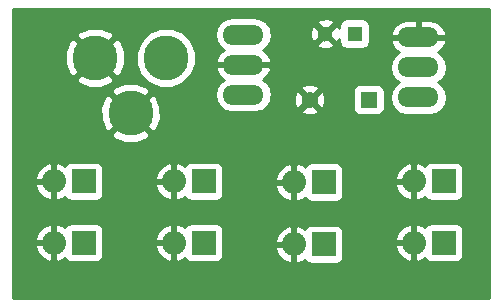
<source format=gbl>
G04 #@! TF.FileFunction,Copper,L2,Bot,Signal*
%FSLAX46Y46*%
G04 Gerber Fmt 4.6, Leading zero omitted, Abs format (unit mm)*
G04 Created by KiCad (PCBNEW 4.0.1-3.201512221402+6198~38~ubuntu14.04.1-stable) date Sat 30 Jul 2016 07:16:47 PM PDT*
%MOMM*%
G01*
G04 APERTURE LIST*
%ADD10C,0.100000*%
%ADD11O,3.500120X1.699260*%
%ADD12C,3.810000*%
%ADD13R,2.032000X2.032000*%
%ADD14O,2.032000X2.032000*%
%ADD15R,1.400000X1.400000*%
%ADD16C,1.400000*%
%ADD17R,1.300000X1.300000*%
%ADD18C,1.300000*%
%ADD19C,0.762000*%
%ADD20C,0.254000*%
G04 APERTURE END LIST*
D10*
D11*
X133032500Y-92011500D03*
X133032500Y-89471500D03*
X133032500Y-94551500D03*
D12*
X111663480Y-91186000D03*
X105664000Y-91186000D03*
X108663740Y-95885000D03*
D13*
X135191500Y-101663500D03*
D14*
X132651500Y-101663500D03*
D13*
X125031500Y-101727000D03*
D14*
X122491500Y-101727000D03*
D13*
X114871500Y-101663500D03*
D14*
X112331500Y-101663500D03*
D13*
X104711500Y-101663500D03*
D14*
X102171500Y-101663500D03*
D11*
X118211600Y-91795600D03*
X118211600Y-89255600D03*
X118211600Y-94335600D03*
D15*
X128825000Y-94742000D03*
D16*
X123825000Y-94742000D03*
D17*
X127635000Y-89154000D03*
D18*
X125135000Y-89154000D03*
D13*
X135191500Y-106870500D03*
D14*
X132651500Y-106870500D03*
D13*
X125031500Y-106997500D03*
D14*
X122491500Y-106997500D03*
D13*
X114871500Y-106870500D03*
D14*
X112331500Y-106870500D03*
D13*
X104711500Y-106870500D03*
D14*
X102171500Y-106870500D03*
D19*
X108663740Y-95963740D02*
X108663740Y-95885000D01*
D20*
G36*
X138990000Y-111558000D02*
X98754000Y-111558000D01*
X98754000Y-107253446D01*
X100565517Y-107253446D01*
X100834312Y-107838879D01*
X101306682Y-108276885D01*
X101788556Y-108476475D01*
X102044500Y-108357336D01*
X102044500Y-106997500D01*
X100684133Y-106997500D01*
X100565517Y-107253446D01*
X98754000Y-107253446D01*
X98754000Y-106487554D01*
X100565517Y-106487554D01*
X100684133Y-106743500D01*
X102044500Y-106743500D01*
X102044500Y-105383664D01*
X102298500Y-105383664D01*
X102298500Y-106743500D01*
X102318500Y-106743500D01*
X102318500Y-106997500D01*
X102298500Y-106997500D01*
X102298500Y-108357336D01*
X102554444Y-108476475D01*
X103036318Y-108276885D01*
X103133898Y-108186403D01*
X103231410Y-108337941D01*
X103443610Y-108482931D01*
X103695500Y-108533940D01*
X105727500Y-108533940D01*
X105962817Y-108489662D01*
X106178941Y-108350590D01*
X106323931Y-108138390D01*
X106374940Y-107886500D01*
X106374940Y-107253446D01*
X110725517Y-107253446D01*
X110994312Y-107838879D01*
X111466682Y-108276885D01*
X111948556Y-108476475D01*
X112204500Y-108357336D01*
X112204500Y-106997500D01*
X110844133Y-106997500D01*
X110725517Y-107253446D01*
X106374940Y-107253446D01*
X106374940Y-106487554D01*
X110725517Y-106487554D01*
X110844133Y-106743500D01*
X112204500Y-106743500D01*
X112204500Y-105383664D01*
X112458500Y-105383664D01*
X112458500Y-106743500D01*
X112478500Y-106743500D01*
X112478500Y-106997500D01*
X112458500Y-106997500D01*
X112458500Y-108357336D01*
X112714444Y-108476475D01*
X113196318Y-108276885D01*
X113293898Y-108186403D01*
X113391410Y-108337941D01*
X113603610Y-108482931D01*
X113855500Y-108533940D01*
X115887500Y-108533940D01*
X116122817Y-108489662D01*
X116338941Y-108350590D01*
X116483931Y-108138390D01*
X116534940Y-107886500D01*
X116534940Y-107380446D01*
X120885517Y-107380446D01*
X121154312Y-107965879D01*
X121626682Y-108403885D01*
X122108556Y-108603475D01*
X122364500Y-108484336D01*
X122364500Y-107124500D01*
X121004133Y-107124500D01*
X120885517Y-107380446D01*
X116534940Y-107380446D01*
X116534940Y-106614554D01*
X120885517Y-106614554D01*
X121004133Y-106870500D01*
X122364500Y-106870500D01*
X122364500Y-105510664D01*
X122618500Y-105510664D01*
X122618500Y-106870500D01*
X122638500Y-106870500D01*
X122638500Y-107124500D01*
X122618500Y-107124500D01*
X122618500Y-108484336D01*
X122874444Y-108603475D01*
X123356318Y-108403885D01*
X123453898Y-108313403D01*
X123551410Y-108464941D01*
X123763610Y-108609931D01*
X124015500Y-108660940D01*
X126047500Y-108660940D01*
X126282817Y-108616662D01*
X126498941Y-108477590D01*
X126643931Y-108265390D01*
X126694940Y-108013500D01*
X126694940Y-107253446D01*
X131045517Y-107253446D01*
X131314312Y-107838879D01*
X131786682Y-108276885D01*
X132268556Y-108476475D01*
X132524500Y-108357336D01*
X132524500Y-106997500D01*
X131164133Y-106997500D01*
X131045517Y-107253446D01*
X126694940Y-107253446D01*
X126694940Y-106487554D01*
X131045517Y-106487554D01*
X131164133Y-106743500D01*
X132524500Y-106743500D01*
X132524500Y-105383664D01*
X132778500Y-105383664D01*
X132778500Y-106743500D01*
X132798500Y-106743500D01*
X132798500Y-106997500D01*
X132778500Y-106997500D01*
X132778500Y-108357336D01*
X133034444Y-108476475D01*
X133516318Y-108276885D01*
X133613898Y-108186403D01*
X133711410Y-108337941D01*
X133923610Y-108482931D01*
X134175500Y-108533940D01*
X136207500Y-108533940D01*
X136442817Y-108489662D01*
X136658941Y-108350590D01*
X136803931Y-108138390D01*
X136854940Y-107886500D01*
X136854940Y-105854500D01*
X136810662Y-105619183D01*
X136671590Y-105403059D01*
X136459390Y-105258069D01*
X136207500Y-105207060D01*
X134175500Y-105207060D01*
X133940183Y-105251338D01*
X133724059Y-105390410D01*
X133612660Y-105553448D01*
X133516318Y-105464115D01*
X133034444Y-105264525D01*
X132778500Y-105383664D01*
X132524500Y-105383664D01*
X132268556Y-105264525D01*
X131786682Y-105464115D01*
X131314312Y-105902121D01*
X131045517Y-106487554D01*
X126694940Y-106487554D01*
X126694940Y-105981500D01*
X126650662Y-105746183D01*
X126511590Y-105530059D01*
X126299390Y-105385069D01*
X126047500Y-105334060D01*
X124015500Y-105334060D01*
X123780183Y-105378338D01*
X123564059Y-105517410D01*
X123452660Y-105680448D01*
X123356318Y-105591115D01*
X122874444Y-105391525D01*
X122618500Y-105510664D01*
X122364500Y-105510664D01*
X122108556Y-105391525D01*
X121626682Y-105591115D01*
X121154312Y-106029121D01*
X120885517Y-106614554D01*
X116534940Y-106614554D01*
X116534940Y-105854500D01*
X116490662Y-105619183D01*
X116351590Y-105403059D01*
X116139390Y-105258069D01*
X115887500Y-105207060D01*
X113855500Y-105207060D01*
X113620183Y-105251338D01*
X113404059Y-105390410D01*
X113292660Y-105553448D01*
X113196318Y-105464115D01*
X112714444Y-105264525D01*
X112458500Y-105383664D01*
X112204500Y-105383664D01*
X111948556Y-105264525D01*
X111466682Y-105464115D01*
X110994312Y-105902121D01*
X110725517Y-106487554D01*
X106374940Y-106487554D01*
X106374940Y-105854500D01*
X106330662Y-105619183D01*
X106191590Y-105403059D01*
X105979390Y-105258069D01*
X105727500Y-105207060D01*
X103695500Y-105207060D01*
X103460183Y-105251338D01*
X103244059Y-105390410D01*
X103132660Y-105553448D01*
X103036318Y-105464115D01*
X102554444Y-105264525D01*
X102298500Y-105383664D01*
X102044500Y-105383664D01*
X101788556Y-105264525D01*
X101306682Y-105464115D01*
X100834312Y-105902121D01*
X100565517Y-106487554D01*
X98754000Y-106487554D01*
X98754000Y-102046446D01*
X100565517Y-102046446D01*
X100834312Y-102631879D01*
X101306682Y-103069885D01*
X101788556Y-103269475D01*
X102044500Y-103150336D01*
X102044500Y-101790500D01*
X100684133Y-101790500D01*
X100565517Y-102046446D01*
X98754000Y-102046446D01*
X98754000Y-101280554D01*
X100565517Y-101280554D01*
X100684133Y-101536500D01*
X102044500Y-101536500D01*
X102044500Y-100176664D01*
X102298500Y-100176664D01*
X102298500Y-101536500D01*
X102318500Y-101536500D01*
X102318500Y-101790500D01*
X102298500Y-101790500D01*
X102298500Y-103150336D01*
X102554444Y-103269475D01*
X103036318Y-103069885D01*
X103133898Y-102979403D01*
X103231410Y-103130941D01*
X103443610Y-103275931D01*
X103695500Y-103326940D01*
X105727500Y-103326940D01*
X105962817Y-103282662D01*
X106178941Y-103143590D01*
X106323931Y-102931390D01*
X106374940Y-102679500D01*
X106374940Y-102046446D01*
X110725517Y-102046446D01*
X110994312Y-102631879D01*
X111466682Y-103069885D01*
X111948556Y-103269475D01*
X112204500Y-103150336D01*
X112204500Y-101790500D01*
X110844133Y-101790500D01*
X110725517Y-102046446D01*
X106374940Y-102046446D01*
X106374940Y-101280554D01*
X110725517Y-101280554D01*
X110844133Y-101536500D01*
X112204500Y-101536500D01*
X112204500Y-100176664D01*
X112458500Y-100176664D01*
X112458500Y-101536500D01*
X112478500Y-101536500D01*
X112478500Y-101790500D01*
X112458500Y-101790500D01*
X112458500Y-103150336D01*
X112714444Y-103269475D01*
X113196318Y-103069885D01*
X113293898Y-102979403D01*
X113391410Y-103130941D01*
X113603610Y-103275931D01*
X113855500Y-103326940D01*
X115887500Y-103326940D01*
X116122817Y-103282662D01*
X116338941Y-103143590D01*
X116483931Y-102931390D01*
X116534940Y-102679500D01*
X116534940Y-102109946D01*
X120885517Y-102109946D01*
X121154312Y-102695379D01*
X121626682Y-103133385D01*
X122108556Y-103332975D01*
X122364500Y-103213836D01*
X122364500Y-101854000D01*
X121004133Y-101854000D01*
X120885517Y-102109946D01*
X116534940Y-102109946D01*
X116534940Y-101344054D01*
X120885517Y-101344054D01*
X121004133Y-101600000D01*
X122364500Y-101600000D01*
X122364500Y-100240164D01*
X122618500Y-100240164D01*
X122618500Y-101600000D01*
X122638500Y-101600000D01*
X122638500Y-101854000D01*
X122618500Y-101854000D01*
X122618500Y-103213836D01*
X122874444Y-103332975D01*
X123356318Y-103133385D01*
X123453898Y-103042903D01*
X123551410Y-103194441D01*
X123763610Y-103339431D01*
X124015500Y-103390440D01*
X126047500Y-103390440D01*
X126282817Y-103346162D01*
X126498941Y-103207090D01*
X126643931Y-102994890D01*
X126694940Y-102743000D01*
X126694940Y-102046446D01*
X131045517Y-102046446D01*
X131314312Y-102631879D01*
X131786682Y-103069885D01*
X132268556Y-103269475D01*
X132524500Y-103150336D01*
X132524500Y-101790500D01*
X131164133Y-101790500D01*
X131045517Y-102046446D01*
X126694940Y-102046446D01*
X126694940Y-101280554D01*
X131045517Y-101280554D01*
X131164133Y-101536500D01*
X132524500Y-101536500D01*
X132524500Y-100176664D01*
X132778500Y-100176664D01*
X132778500Y-101536500D01*
X132798500Y-101536500D01*
X132798500Y-101790500D01*
X132778500Y-101790500D01*
X132778500Y-103150336D01*
X133034444Y-103269475D01*
X133516318Y-103069885D01*
X133613898Y-102979403D01*
X133711410Y-103130941D01*
X133923610Y-103275931D01*
X134175500Y-103326940D01*
X136207500Y-103326940D01*
X136442817Y-103282662D01*
X136658941Y-103143590D01*
X136803931Y-102931390D01*
X136854940Y-102679500D01*
X136854940Y-100647500D01*
X136810662Y-100412183D01*
X136671590Y-100196059D01*
X136459390Y-100051069D01*
X136207500Y-100000060D01*
X134175500Y-100000060D01*
X133940183Y-100044338D01*
X133724059Y-100183410D01*
X133612660Y-100346448D01*
X133516318Y-100257115D01*
X133034444Y-100057525D01*
X132778500Y-100176664D01*
X132524500Y-100176664D01*
X132268556Y-100057525D01*
X131786682Y-100257115D01*
X131314312Y-100695121D01*
X131045517Y-101280554D01*
X126694940Y-101280554D01*
X126694940Y-100711000D01*
X126650662Y-100475683D01*
X126511590Y-100259559D01*
X126299390Y-100114569D01*
X126047500Y-100063560D01*
X124015500Y-100063560D01*
X123780183Y-100107838D01*
X123564059Y-100246910D01*
X123452660Y-100409948D01*
X123356318Y-100320615D01*
X122874444Y-100121025D01*
X122618500Y-100240164D01*
X122364500Y-100240164D01*
X122108556Y-100121025D01*
X121626682Y-100320615D01*
X121154312Y-100758621D01*
X120885517Y-101344054D01*
X116534940Y-101344054D01*
X116534940Y-100647500D01*
X116490662Y-100412183D01*
X116351590Y-100196059D01*
X116139390Y-100051069D01*
X115887500Y-100000060D01*
X113855500Y-100000060D01*
X113620183Y-100044338D01*
X113404059Y-100183410D01*
X113292660Y-100346448D01*
X113196318Y-100257115D01*
X112714444Y-100057525D01*
X112458500Y-100176664D01*
X112204500Y-100176664D01*
X111948556Y-100057525D01*
X111466682Y-100257115D01*
X110994312Y-100695121D01*
X110725517Y-101280554D01*
X106374940Y-101280554D01*
X106374940Y-100647500D01*
X106330662Y-100412183D01*
X106191590Y-100196059D01*
X105979390Y-100051069D01*
X105727500Y-100000060D01*
X103695500Y-100000060D01*
X103460183Y-100044338D01*
X103244059Y-100183410D01*
X103132660Y-100346448D01*
X103036318Y-100257115D01*
X102554444Y-100057525D01*
X102298500Y-100176664D01*
X102044500Y-100176664D01*
X101788556Y-100057525D01*
X101306682Y-100257115D01*
X100834312Y-100695121D01*
X100565517Y-101280554D01*
X98754000Y-101280554D01*
X98754000Y-97691440D01*
X107036905Y-97691440D01*
X107246093Y-98052289D01*
X108183390Y-98429824D01*
X109193817Y-98419933D01*
X110081387Y-98052289D01*
X110290575Y-97691440D01*
X108663740Y-96064605D01*
X107036905Y-97691440D01*
X98754000Y-97691440D01*
X98754000Y-95404650D01*
X106118916Y-95404650D01*
X106128807Y-96415077D01*
X106496451Y-97302647D01*
X106857300Y-97511835D01*
X108484135Y-95885000D01*
X108843345Y-95885000D01*
X110470180Y-97511835D01*
X110831029Y-97302647D01*
X111208564Y-96365350D01*
X111198673Y-95354923D01*
X110831029Y-94467353D01*
X110603756Y-94335600D01*
X115779814Y-94335600D01*
X115892825Y-94903743D01*
X116214652Y-95385392D01*
X116696301Y-95707219D01*
X117264444Y-95820230D01*
X119158756Y-95820230D01*
X119726899Y-95707219D01*
X119771713Y-95677275D01*
X123069331Y-95677275D01*
X123131169Y-95913042D01*
X123632122Y-96089419D01*
X124162440Y-96060664D01*
X124518831Y-95913042D01*
X124580669Y-95677275D01*
X123825000Y-94921605D01*
X123069331Y-95677275D01*
X119771713Y-95677275D01*
X120208548Y-95385392D01*
X120530375Y-94903743D01*
X120600913Y-94549122D01*
X122477581Y-94549122D01*
X122506336Y-95079440D01*
X122653958Y-95435831D01*
X122889725Y-95497669D01*
X123645395Y-94742000D01*
X124004605Y-94742000D01*
X124760275Y-95497669D01*
X124996042Y-95435831D01*
X125172419Y-94934878D01*
X125143664Y-94404560D01*
X124996042Y-94048169D01*
X124972522Y-94042000D01*
X127477560Y-94042000D01*
X127477560Y-95442000D01*
X127521838Y-95677317D01*
X127660910Y-95893441D01*
X127873110Y-96038431D01*
X128125000Y-96089440D01*
X129525000Y-96089440D01*
X129760317Y-96045162D01*
X129976441Y-95906090D01*
X130121431Y-95693890D01*
X130172440Y-95442000D01*
X130172440Y-94042000D01*
X130128162Y-93806683D01*
X129989090Y-93590559D01*
X129776890Y-93445569D01*
X129525000Y-93394560D01*
X128125000Y-93394560D01*
X127889683Y-93438838D01*
X127673559Y-93577910D01*
X127528569Y-93790110D01*
X127477560Y-94042000D01*
X124972522Y-94042000D01*
X124760275Y-93986331D01*
X124004605Y-94742000D01*
X123645395Y-94742000D01*
X122889725Y-93986331D01*
X122653958Y-94048169D01*
X122477581Y-94549122D01*
X120600913Y-94549122D01*
X120643386Y-94335600D01*
X120538186Y-93806725D01*
X123069331Y-93806725D01*
X123825000Y-94562395D01*
X124580669Y-93806725D01*
X124518831Y-93570958D01*
X124017878Y-93394581D01*
X123487560Y-93423336D01*
X123131169Y-93570958D01*
X123069331Y-93806725D01*
X120538186Y-93806725D01*
X120530375Y-93767457D01*
X120208548Y-93285808D01*
X119870727Y-93060084D01*
X120251624Y-92755589D01*
X120532249Y-92246410D01*
X120553140Y-92152432D01*
X120478744Y-92011500D01*
X130600714Y-92011500D01*
X130713725Y-92579643D01*
X131035552Y-93061292D01*
X131365117Y-93281500D01*
X131035552Y-93501708D01*
X130713725Y-93983357D01*
X130600714Y-94551500D01*
X130713725Y-95119643D01*
X131035552Y-95601292D01*
X131517201Y-95923119D01*
X132085344Y-96036130D01*
X133979656Y-96036130D01*
X134547799Y-95923119D01*
X135029448Y-95601292D01*
X135351275Y-95119643D01*
X135464286Y-94551500D01*
X135351275Y-93983357D01*
X135029448Y-93501708D01*
X134699883Y-93281500D01*
X135029448Y-93061292D01*
X135351275Y-92579643D01*
X135464286Y-92011500D01*
X135351275Y-91443357D01*
X135029448Y-90961708D01*
X134691627Y-90735984D01*
X135072524Y-90431489D01*
X135353149Y-89922310D01*
X135374040Y-89828332D01*
X135252714Y-89598500D01*
X133159500Y-89598500D01*
X133159500Y-89618500D01*
X132905500Y-89618500D01*
X132905500Y-89598500D01*
X130812286Y-89598500D01*
X130690960Y-89828332D01*
X130711851Y-89922310D01*
X130992476Y-90431489D01*
X131373373Y-90735984D01*
X131035552Y-90961708D01*
X130713725Y-91443357D01*
X130600714Y-92011500D01*
X120478744Y-92011500D01*
X120431814Y-91922600D01*
X118338600Y-91922600D01*
X118338600Y-91942600D01*
X118084600Y-91942600D01*
X118084600Y-91922600D01*
X115991386Y-91922600D01*
X115870060Y-92152432D01*
X115890951Y-92246410D01*
X116171576Y-92755589D01*
X116552473Y-93060084D01*
X116214652Y-93285808D01*
X115892825Y-93767457D01*
X115779814Y-94335600D01*
X110603756Y-94335600D01*
X110470180Y-94258165D01*
X108843345Y-95885000D01*
X108484135Y-95885000D01*
X106857300Y-94258165D01*
X106496451Y-94467353D01*
X106118916Y-95404650D01*
X98754000Y-95404650D01*
X98754000Y-94078560D01*
X107036905Y-94078560D01*
X108663740Y-95705395D01*
X110290575Y-94078560D01*
X110081387Y-93717711D01*
X109144090Y-93340176D01*
X108133663Y-93350067D01*
X107246093Y-93717711D01*
X107036905Y-94078560D01*
X98754000Y-94078560D01*
X98754000Y-92992440D01*
X104037165Y-92992440D01*
X104246353Y-93353289D01*
X105183650Y-93730824D01*
X106194077Y-93720933D01*
X107081647Y-93353289D01*
X107290835Y-92992440D01*
X105664000Y-91365605D01*
X104037165Y-92992440D01*
X98754000Y-92992440D01*
X98754000Y-90705650D01*
X103119176Y-90705650D01*
X103129067Y-91716077D01*
X103496711Y-92603647D01*
X103857560Y-92812835D01*
X105484395Y-91186000D01*
X105843605Y-91186000D01*
X107470440Y-92812835D01*
X107831289Y-92603647D01*
X108199692Y-91689021D01*
X109123040Y-91689021D01*
X109508917Y-92622915D01*
X110222807Y-93338052D01*
X111156026Y-93725559D01*
X112166501Y-93726440D01*
X113100395Y-93340563D01*
X113815532Y-92626673D01*
X114203039Y-91693454D01*
X114203920Y-90682979D01*
X113818043Y-89749085D01*
X113325419Y-89255600D01*
X115779814Y-89255600D01*
X115892825Y-89823743D01*
X116214652Y-90305392D01*
X116552473Y-90531116D01*
X116171576Y-90835611D01*
X115890951Y-91344790D01*
X115870060Y-91438768D01*
X115991386Y-91668600D01*
X118084600Y-91668600D01*
X118084600Y-91648600D01*
X118338600Y-91648600D01*
X118338600Y-91668600D01*
X120431814Y-91668600D01*
X120553140Y-91438768D01*
X120532249Y-91344790D01*
X120251624Y-90835611D01*
X119870727Y-90531116D01*
X120208548Y-90305392D01*
X120377179Y-90053016D01*
X124415590Y-90053016D01*
X124471271Y-90283611D01*
X124954078Y-90451622D01*
X125464428Y-90422083D01*
X125798729Y-90283611D01*
X125854410Y-90053016D01*
X125135000Y-89333605D01*
X124415590Y-90053016D01*
X120377179Y-90053016D01*
X120530375Y-89823743D01*
X120643386Y-89255600D01*
X120587189Y-88973078D01*
X123837378Y-88973078D01*
X123866917Y-89483428D01*
X124005389Y-89817729D01*
X124235984Y-89873410D01*
X124955395Y-89154000D01*
X125314605Y-89154000D01*
X126034016Y-89873410D01*
X126264611Y-89817729D01*
X126337560Y-89608098D01*
X126337560Y-89804000D01*
X126381838Y-90039317D01*
X126520910Y-90255441D01*
X126733110Y-90400431D01*
X126985000Y-90451440D01*
X128285000Y-90451440D01*
X128520317Y-90407162D01*
X128736441Y-90268090D01*
X128881431Y-90055890D01*
X128932440Y-89804000D01*
X128932440Y-89114668D01*
X130690960Y-89114668D01*
X130812286Y-89344500D01*
X132905500Y-89344500D01*
X132905500Y-87986870D01*
X133159500Y-87986870D01*
X133159500Y-89344500D01*
X135252714Y-89344500D01*
X135374040Y-89114668D01*
X135353149Y-89020690D01*
X135072524Y-88511511D01*
X134618406Y-88148482D01*
X134059930Y-87986870D01*
X133159500Y-87986870D01*
X132905500Y-87986870D01*
X132005070Y-87986870D01*
X131446594Y-88148482D01*
X130992476Y-88511511D01*
X130711851Y-89020690D01*
X130690960Y-89114668D01*
X128932440Y-89114668D01*
X128932440Y-88504000D01*
X128888162Y-88268683D01*
X128749090Y-88052559D01*
X128536890Y-87907569D01*
X128285000Y-87856560D01*
X126985000Y-87856560D01*
X126749683Y-87900838D01*
X126533559Y-88039910D01*
X126388569Y-88252110D01*
X126337560Y-88504000D01*
X126337560Y-88666385D01*
X126264611Y-88490271D01*
X126034016Y-88434590D01*
X125314605Y-89154000D01*
X124955395Y-89154000D01*
X124235984Y-88434590D01*
X124005389Y-88490271D01*
X123837378Y-88973078D01*
X120587189Y-88973078D01*
X120530375Y-88687457D01*
X120241407Y-88254984D01*
X124415590Y-88254984D01*
X125135000Y-88974395D01*
X125854410Y-88254984D01*
X125798729Y-88024389D01*
X125315922Y-87856378D01*
X124805572Y-87885917D01*
X124471271Y-88024389D01*
X124415590Y-88254984D01*
X120241407Y-88254984D01*
X120208548Y-88205808D01*
X119726899Y-87883981D01*
X119158756Y-87770970D01*
X117264444Y-87770970D01*
X116696301Y-87883981D01*
X116214652Y-88205808D01*
X115892825Y-88687457D01*
X115779814Y-89255600D01*
X113325419Y-89255600D01*
X113104153Y-89033948D01*
X112170934Y-88646441D01*
X111160459Y-88645560D01*
X110226565Y-89031437D01*
X109511428Y-89745327D01*
X109123921Y-90678546D01*
X109123040Y-91689021D01*
X108199692Y-91689021D01*
X108208824Y-91666350D01*
X108198933Y-90655923D01*
X107831289Y-89768353D01*
X107470440Y-89559165D01*
X105843605Y-91186000D01*
X105484395Y-91186000D01*
X103857560Y-89559165D01*
X103496711Y-89768353D01*
X103119176Y-90705650D01*
X98754000Y-90705650D01*
X98754000Y-89379560D01*
X104037165Y-89379560D01*
X105664000Y-91006395D01*
X107290835Y-89379560D01*
X107081647Y-89018711D01*
X106144350Y-88641176D01*
X105133923Y-88651067D01*
X104246353Y-89018711D01*
X104037165Y-89379560D01*
X98754000Y-89379560D01*
X98754000Y-87070000D01*
X138990000Y-87070000D01*
X138990000Y-111558000D01*
X138990000Y-111558000D01*
G37*
X138990000Y-111558000D02*
X98754000Y-111558000D01*
X98754000Y-107253446D01*
X100565517Y-107253446D01*
X100834312Y-107838879D01*
X101306682Y-108276885D01*
X101788556Y-108476475D01*
X102044500Y-108357336D01*
X102044500Y-106997500D01*
X100684133Y-106997500D01*
X100565517Y-107253446D01*
X98754000Y-107253446D01*
X98754000Y-106487554D01*
X100565517Y-106487554D01*
X100684133Y-106743500D01*
X102044500Y-106743500D01*
X102044500Y-105383664D01*
X102298500Y-105383664D01*
X102298500Y-106743500D01*
X102318500Y-106743500D01*
X102318500Y-106997500D01*
X102298500Y-106997500D01*
X102298500Y-108357336D01*
X102554444Y-108476475D01*
X103036318Y-108276885D01*
X103133898Y-108186403D01*
X103231410Y-108337941D01*
X103443610Y-108482931D01*
X103695500Y-108533940D01*
X105727500Y-108533940D01*
X105962817Y-108489662D01*
X106178941Y-108350590D01*
X106323931Y-108138390D01*
X106374940Y-107886500D01*
X106374940Y-107253446D01*
X110725517Y-107253446D01*
X110994312Y-107838879D01*
X111466682Y-108276885D01*
X111948556Y-108476475D01*
X112204500Y-108357336D01*
X112204500Y-106997500D01*
X110844133Y-106997500D01*
X110725517Y-107253446D01*
X106374940Y-107253446D01*
X106374940Y-106487554D01*
X110725517Y-106487554D01*
X110844133Y-106743500D01*
X112204500Y-106743500D01*
X112204500Y-105383664D01*
X112458500Y-105383664D01*
X112458500Y-106743500D01*
X112478500Y-106743500D01*
X112478500Y-106997500D01*
X112458500Y-106997500D01*
X112458500Y-108357336D01*
X112714444Y-108476475D01*
X113196318Y-108276885D01*
X113293898Y-108186403D01*
X113391410Y-108337941D01*
X113603610Y-108482931D01*
X113855500Y-108533940D01*
X115887500Y-108533940D01*
X116122817Y-108489662D01*
X116338941Y-108350590D01*
X116483931Y-108138390D01*
X116534940Y-107886500D01*
X116534940Y-107380446D01*
X120885517Y-107380446D01*
X121154312Y-107965879D01*
X121626682Y-108403885D01*
X122108556Y-108603475D01*
X122364500Y-108484336D01*
X122364500Y-107124500D01*
X121004133Y-107124500D01*
X120885517Y-107380446D01*
X116534940Y-107380446D01*
X116534940Y-106614554D01*
X120885517Y-106614554D01*
X121004133Y-106870500D01*
X122364500Y-106870500D01*
X122364500Y-105510664D01*
X122618500Y-105510664D01*
X122618500Y-106870500D01*
X122638500Y-106870500D01*
X122638500Y-107124500D01*
X122618500Y-107124500D01*
X122618500Y-108484336D01*
X122874444Y-108603475D01*
X123356318Y-108403885D01*
X123453898Y-108313403D01*
X123551410Y-108464941D01*
X123763610Y-108609931D01*
X124015500Y-108660940D01*
X126047500Y-108660940D01*
X126282817Y-108616662D01*
X126498941Y-108477590D01*
X126643931Y-108265390D01*
X126694940Y-108013500D01*
X126694940Y-107253446D01*
X131045517Y-107253446D01*
X131314312Y-107838879D01*
X131786682Y-108276885D01*
X132268556Y-108476475D01*
X132524500Y-108357336D01*
X132524500Y-106997500D01*
X131164133Y-106997500D01*
X131045517Y-107253446D01*
X126694940Y-107253446D01*
X126694940Y-106487554D01*
X131045517Y-106487554D01*
X131164133Y-106743500D01*
X132524500Y-106743500D01*
X132524500Y-105383664D01*
X132778500Y-105383664D01*
X132778500Y-106743500D01*
X132798500Y-106743500D01*
X132798500Y-106997500D01*
X132778500Y-106997500D01*
X132778500Y-108357336D01*
X133034444Y-108476475D01*
X133516318Y-108276885D01*
X133613898Y-108186403D01*
X133711410Y-108337941D01*
X133923610Y-108482931D01*
X134175500Y-108533940D01*
X136207500Y-108533940D01*
X136442817Y-108489662D01*
X136658941Y-108350590D01*
X136803931Y-108138390D01*
X136854940Y-107886500D01*
X136854940Y-105854500D01*
X136810662Y-105619183D01*
X136671590Y-105403059D01*
X136459390Y-105258069D01*
X136207500Y-105207060D01*
X134175500Y-105207060D01*
X133940183Y-105251338D01*
X133724059Y-105390410D01*
X133612660Y-105553448D01*
X133516318Y-105464115D01*
X133034444Y-105264525D01*
X132778500Y-105383664D01*
X132524500Y-105383664D01*
X132268556Y-105264525D01*
X131786682Y-105464115D01*
X131314312Y-105902121D01*
X131045517Y-106487554D01*
X126694940Y-106487554D01*
X126694940Y-105981500D01*
X126650662Y-105746183D01*
X126511590Y-105530059D01*
X126299390Y-105385069D01*
X126047500Y-105334060D01*
X124015500Y-105334060D01*
X123780183Y-105378338D01*
X123564059Y-105517410D01*
X123452660Y-105680448D01*
X123356318Y-105591115D01*
X122874444Y-105391525D01*
X122618500Y-105510664D01*
X122364500Y-105510664D01*
X122108556Y-105391525D01*
X121626682Y-105591115D01*
X121154312Y-106029121D01*
X120885517Y-106614554D01*
X116534940Y-106614554D01*
X116534940Y-105854500D01*
X116490662Y-105619183D01*
X116351590Y-105403059D01*
X116139390Y-105258069D01*
X115887500Y-105207060D01*
X113855500Y-105207060D01*
X113620183Y-105251338D01*
X113404059Y-105390410D01*
X113292660Y-105553448D01*
X113196318Y-105464115D01*
X112714444Y-105264525D01*
X112458500Y-105383664D01*
X112204500Y-105383664D01*
X111948556Y-105264525D01*
X111466682Y-105464115D01*
X110994312Y-105902121D01*
X110725517Y-106487554D01*
X106374940Y-106487554D01*
X106374940Y-105854500D01*
X106330662Y-105619183D01*
X106191590Y-105403059D01*
X105979390Y-105258069D01*
X105727500Y-105207060D01*
X103695500Y-105207060D01*
X103460183Y-105251338D01*
X103244059Y-105390410D01*
X103132660Y-105553448D01*
X103036318Y-105464115D01*
X102554444Y-105264525D01*
X102298500Y-105383664D01*
X102044500Y-105383664D01*
X101788556Y-105264525D01*
X101306682Y-105464115D01*
X100834312Y-105902121D01*
X100565517Y-106487554D01*
X98754000Y-106487554D01*
X98754000Y-102046446D01*
X100565517Y-102046446D01*
X100834312Y-102631879D01*
X101306682Y-103069885D01*
X101788556Y-103269475D01*
X102044500Y-103150336D01*
X102044500Y-101790500D01*
X100684133Y-101790500D01*
X100565517Y-102046446D01*
X98754000Y-102046446D01*
X98754000Y-101280554D01*
X100565517Y-101280554D01*
X100684133Y-101536500D01*
X102044500Y-101536500D01*
X102044500Y-100176664D01*
X102298500Y-100176664D01*
X102298500Y-101536500D01*
X102318500Y-101536500D01*
X102318500Y-101790500D01*
X102298500Y-101790500D01*
X102298500Y-103150336D01*
X102554444Y-103269475D01*
X103036318Y-103069885D01*
X103133898Y-102979403D01*
X103231410Y-103130941D01*
X103443610Y-103275931D01*
X103695500Y-103326940D01*
X105727500Y-103326940D01*
X105962817Y-103282662D01*
X106178941Y-103143590D01*
X106323931Y-102931390D01*
X106374940Y-102679500D01*
X106374940Y-102046446D01*
X110725517Y-102046446D01*
X110994312Y-102631879D01*
X111466682Y-103069885D01*
X111948556Y-103269475D01*
X112204500Y-103150336D01*
X112204500Y-101790500D01*
X110844133Y-101790500D01*
X110725517Y-102046446D01*
X106374940Y-102046446D01*
X106374940Y-101280554D01*
X110725517Y-101280554D01*
X110844133Y-101536500D01*
X112204500Y-101536500D01*
X112204500Y-100176664D01*
X112458500Y-100176664D01*
X112458500Y-101536500D01*
X112478500Y-101536500D01*
X112478500Y-101790500D01*
X112458500Y-101790500D01*
X112458500Y-103150336D01*
X112714444Y-103269475D01*
X113196318Y-103069885D01*
X113293898Y-102979403D01*
X113391410Y-103130941D01*
X113603610Y-103275931D01*
X113855500Y-103326940D01*
X115887500Y-103326940D01*
X116122817Y-103282662D01*
X116338941Y-103143590D01*
X116483931Y-102931390D01*
X116534940Y-102679500D01*
X116534940Y-102109946D01*
X120885517Y-102109946D01*
X121154312Y-102695379D01*
X121626682Y-103133385D01*
X122108556Y-103332975D01*
X122364500Y-103213836D01*
X122364500Y-101854000D01*
X121004133Y-101854000D01*
X120885517Y-102109946D01*
X116534940Y-102109946D01*
X116534940Y-101344054D01*
X120885517Y-101344054D01*
X121004133Y-101600000D01*
X122364500Y-101600000D01*
X122364500Y-100240164D01*
X122618500Y-100240164D01*
X122618500Y-101600000D01*
X122638500Y-101600000D01*
X122638500Y-101854000D01*
X122618500Y-101854000D01*
X122618500Y-103213836D01*
X122874444Y-103332975D01*
X123356318Y-103133385D01*
X123453898Y-103042903D01*
X123551410Y-103194441D01*
X123763610Y-103339431D01*
X124015500Y-103390440D01*
X126047500Y-103390440D01*
X126282817Y-103346162D01*
X126498941Y-103207090D01*
X126643931Y-102994890D01*
X126694940Y-102743000D01*
X126694940Y-102046446D01*
X131045517Y-102046446D01*
X131314312Y-102631879D01*
X131786682Y-103069885D01*
X132268556Y-103269475D01*
X132524500Y-103150336D01*
X132524500Y-101790500D01*
X131164133Y-101790500D01*
X131045517Y-102046446D01*
X126694940Y-102046446D01*
X126694940Y-101280554D01*
X131045517Y-101280554D01*
X131164133Y-101536500D01*
X132524500Y-101536500D01*
X132524500Y-100176664D01*
X132778500Y-100176664D01*
X132778500Y-101536500D01*
X132798500Y-101536500D01*
X132798500Y-101790500D01*
X132778500Y-101790500D01*
X132778500Y-103150336D01*
X133034444Y-103269475D01*
X133516318Y-103069885D01*
X133613898Y-102979403D01*
X133711410Y-103130941D01*
X133923610Y-103275931D01*
X134175500Y-103326940D01*
X136207500Y-103326940D01*
X136442817Y-103282662D01*
X136658941Y-103143590D01*
X136803931Y-102931390D01*
X136854940Y-102679500D01*
X136854940Y-100647500D01*
X136810662Y-100412183D01*
X136671590Y-100196059D01*
X136459390Y-100051069D01*
X136207500Y-100000060D01*
X134175500Y-100000060D01*
X133940183Y-100044338D01*
X133724059Y-100183410D01*
X133612660Y-100346448D01*
X133516318Y-100257115D01*
X133034444Y-100057525D01*
X132778500Y-100176664D01*
X132524500Y-100176664D01*
X132268556Y-100057525D01*
X131786682Y-100257115D01*
X131314312Y-100695121D01*
X131045517Y-101280554D01*
X126694940Y-101280554D01*
X126694940Y-100711000D01*
X126650662Y-100475683D01*
X126511590Y-100259559D01*
X126299390Y-100114569D01*
X126047500Y-100063560D01*
X124015500Y-100063560D01*
X123780183Y-100107838D01*
X123564059Y-100246910D01*
X123452660Y-100409948D01*
X123356318Y-100320615D01*
X122874444Y-100121025D01*
X122618500Y-100240164D01*
X122364500Y-100240164D01*
X122108556Y-100121025D01*
X121626682Y-100320615D01*
X121154312Y-100758621D01*
X120885517Y-101344054D01*
X116534940Y-101344054D01*
X116534940Y-100647500D01*
X116490662Y-100412183D01*
X116351590Y-100196059D01*
X116139390Y-100051069D01*
X115887500Y-100000060D01*
X113855500Y-100000060D01*
X113620183Y-100044338D01*
X113404059Y-100183410D01*
X113292660Y-100346448D01*
X113196318Y-100257115D01*
X112714444Y-100057525D01*
X112458500Y-100176664D01*
X112204500Y-100176664D01*
X111948556Y-100057525D01*
X111466682Y-100257115D01*
X110994312Y-100695121D01*
X110725517Y-101280554D01*
X106374940Y-101280554D01*
X106374940Y-100647500D01*
X106330662Y-100412183D01*
X106191590Y-100196059D01*
X105979390Y-100051069D01*
X105727500Y-100000060D01*
X103695500Y-100000060D01*
X103460183Y-100044338D01*
X103244059Y-100183410D01*
X103132660Y-100346448D01*
X103036318Y-100257115D01*
X102554444Y-100057525D01*
X102298500Y-100176664D01*
X102044500Y-100176664D01*
X101788556Y-100057525D01*
X101306682Y-100257115D01*
X100834312Y-100695121D01*
X100565517Y-101280554D01*
X98754000Y-101280554D01*
X98754000Y-97691440D01*
X107036905Y-97691440D01*
X107246093Y-98052289D01*
X108183390Y-98429824D01*
X109193817Y-98419933D01*
X110081387Y-98052289D01*
X110290575Y-97691440D01*
X108663740Y-96064605D01*
X107036905Y-97691440D01*
X98754000Y-97691440D01*
X98754000Y-95404650D01*
X106118916Y-95404650D01*
X106128807Y-96415077D01*
X106496451Y-97302647D01*
X106857300Y-97511835D01*
X108484135Y-95885000D01*
X108843345Y-95885000D01*
X110470180Y-97511835D01*
X110831029Y-97302647D01*
X111208564Y-96365350D01*
X111198673Y-95354923D01*
X110831029Y-94467353D01*
X110603756Y-94335600D01*
X115779814Y-94335600D01*
X115892825Y-94903743D01*
X116214652Y-95385392D01*
X116696301Y-95707219D01*
X117264444Y-95820230D01*
X119158756Y-95820230D01*
X119726899Y-95707219D01*
X119771713Y-95677275D01*
X123069331Y-95677275D01*
X123131169Y-95913042D01*
X123632122Y-96089419D01*
X124162440Y-96060664D01*
X124518831Y-95913042D01*
X124580669Y-95677275D01*
X123825000Y-94921605D01*
X123069331Y-95677275D01*
X119771713Y-95677275D01*
X120208548Y-95385392D01*
X120530375Y-94903743D01*
X120600913Y-94549122D01*
X122477581Y-94549122D01*
X122506336Y-95079440D01*
X122653958Y-95435831D01*
X122889725Y-95497669D01*
X123645395Y-94742000D01*
X124004605Y-94742000D01*
X124760275Y-95497669D01*
X124996042Y-95435831D01*
X125172419Y-94934878D01*
X125143664Y-94404560D01*
X124996042Y-94048169D01*
X124972522Y-94042000D01*
X127477560Y-94042000D01*
X127477560Y-95442000D01*
X127521838Y-95677317D01*
X127660910Y-95893441D01*
X127873110Y-96038431D01*
X128125000Y-96089440D01*
X129525000Y-96089440D01*
X129760317Y-96045162D01*
X129976441Y-95906090D01*
X130121431Y-95693890D01*
X130172440Y-95442000D01*
X130172440Y-94042000D01*
X130128162Y-93806683D01*
X129989090Y-93590559D01*
X129776890Y-93445569D01*
X129525000Y-93394560D01*
X128125000Y-93394560D01*
X127889683Y-93438838D01*
X127673559Y-93577910D01*
X127528569Y-93790110D01*
X127477560Y-94042000D01*
X124972522Y-94042000D01*
X124760275Y-93986331D01*
X124004605Y-94742000D01*
X123645395Y-94742000D01*
X122889725Y-93986331D01*
X122653958Y-94048169D01*
X122477581Y-94549122D01*
X120600913Y-94549122D01*
X120643386Y-94335600D01*
X120538186Y-93806725D01*
X123069331Y-93806725D01*
X123825000Y-94562395D01*
X124580669Y-93806725D01*
X124518831Y-93570958D01*
X124017878Y-93394581D01*
X123487560Y-93423336D01*
X123131169Y-93570958D01*
X123069331Y-93806725D01*
X120538186Y-93806725D01*
X120530375Y-93767457D01*
X120208548Y-93285808D01*
X119870727Y-93060084D01*
X120251624Y-92755589D01*
X120532249Y-92246410D01*
X120553140Y-92152432D01*
X120478744Y-92011500D01*
X130600714Y-92011500D01*
X130713725Y-92579643D01*
X131035552Y-93061292D01*
X131365117Y-93281500D01*
X131035552Y-93501708D01*
X130713725Y-93983357D01*
X130600714Y-94551500D01*
X130713725Y-95119643D01*
X131035552Y-95601292D01*
X131517201Y-95923119D01*
X132085344Y-96036130D01*
X133979656Y-96036130D01*
X134547799Y-95923119D01*
X135029448Y-95601292D01*
X135351275Y-95119643D01*
X135464286Y-94551500D01*
X135351275Y-93983357D01*
X135029448Y-93501708D01*
X134699883Y-93281500D01*
X135029448Y-93061292D01*
X135351275Y-92579643D01*
X135464286Y-92011500D01*
X135351275Y-91443357D01*
X135029448Y-90961708D01*
X134691627Y-90735984D01*
X135072524Y-90431489D01*
X135353149Y-89922310D01*
X135374040Y-89828332D01*
X135252714Y-89598500D01*
X133159500Y-89598500D01*
X133159500Y-89618500D01*
X132905500Y-89618500D01*
X132905500Y-89598500D01*
X130812286Y-89598500D01*
X130690960Y-89828332D01*
X130711851Y-89922310D01*
X130992476Y-90431489D01*
X131373373Y-90735984D01*
X131035552Y-90961708D01*
X130713725Y-91443357D01*
X130600714Y-92011500D01*
X120478744Y-92011500D01*
X120431814Y-91922600D01*
X118338600Y-91922600D01*
X118338600Y-91942600D01*
X118084600Y-91942600D01*
X118084600Y-91922600D01*
X115991386Y-91922600D01*
X115870060Y-92152432D01*
X115890951Y-92246410D01*
X116171576Y-92755589D01*
X116552473Y-93060084D01*
X116214652Y-93285808D01*
X115892825Y-93767457D01*
X115779814Y-94335600D01*
X110603756Y-94335600D01*
X110470180Y-94258165D01*
X108843345Y-95885000D01*
X108484135Y-95885000D01*
X106857300Y-94258165D01*
X106496451Y-94467353D01*
X106118916Y-95404650D01*
X98754000Y-95404650D01*
X98754000Y-94078560D01*
X107036905Y-94078560D01*
X108663740Y-95705395D01*
X110290575Y-94078560D01*
X110081387Y-93717711D01*
X109144090Y-93340176D01*
X108133663Y-93350067D01*
X107246093Y-93717711D01*
X107036905Y-94078560D01*
X98754000Y-94078560D01*
X98754000Y-92992440D01*
X104037165Y-92992440D01*
X104246353Y-93353289D01*
X105183650Y-93730824D01*
X106194077Y-93720933D01*
X107081647Y-93353289D01*
X107290835Y-92992440D01*
X105664000Y-91365605D01*
X104037165Y-92992440D01*
X98754000Y-92992440D01*
X98754000Y-90705650D01*
X103119176Y-90705650D01*
X103129067Y-91716077D01*
X103496711Y-92603647D01*
X103857560Y-92812835D01*
X105484395Y-91186000D01*
X105843605Y-91186000D01*
X107470440Y-92812835D01*
X107831289Y-92603647D01*
X108199692Y-91689021D01*
X109123040Y-91689021D01*
X109508917Y-92622915D01*
X110222807Y-93338052D01*
X111156026Y-93725559D01*
X112166501Y-93726440D01*
X113100395Y-93340563D01*
X113815532Y-92626673D01*
X114203039Y-91693454D01*
X114203920Y-90682979D01*
X113818043Y-89749085D01*
X113325419Y-89255600D01*
X115779814Y-89255600D01*
X115892825Y-89823743D01*
X116214652Y-90305392D01*
X116552473Y-90531116D01*
X116171576Y-90835611D01*
X115890951Y-91344790D01*
X115870060Y-91438768D01*
X115991386Y-91668600D01*
X118084600Y-91668600D01*
X118084600Y-91648600D01*
X118338600Y-91648600D01*
X118338600Y-91668600D01*
X120431814Y-91668600D01*
X120553140Y-91438768D01*
X120532249Y-91344790D01*
X120251624Y-90835611D01*
X119870727Y-90531116D01*
X120208548Y-90305392D01*
X120377179Y-90053016D01*
X124415590Y-90053016D01*
X124471271Y-90283611D01*
X124954078Y-90451622D01*
X125464428Y-90422083D01*
X125798729Y-90283611D01*
X125854410Y-90053016D01*
X125135000Y-89333605D01*
X124415590Y-90053016D01*
X120377179Y-90053016D01*
X120530375Y-89823743D01*
X120643386Y-89255600D01*
X120587189Y-88973078D01*
X123837378Y-88973078D01*
X123866917Y-89483428D01*
X124005389Y-89817729D01*
X124235984Y-89873410D01*
X124955395Y-89154000D01*
X125314605Y-89154000D01*
X126034016Y-89873410D01*
X126264611Y-89817729D01*
X126337560Y-89608098D01*
X126337560Y-89804000D01*
X126381838Y-90039317D01*
X126520910Y-90255441D01*
X126733110Y-90400431D01*
X126985000Y-90451440D01*
X128285000Y-90451440D01*
X128520317Y-90407162D01*
X128736441Y-90268090D01*
X128881431Y-90055890D01*
X128932440Y-89804000D01*
X128932440Y-89114668D01*
X130690960Y-89114668D01*
X130812286Y-89344500D01*
X132905500Y-89344500D01*
X132905500Y-87986870D01*
X133159500Y-87986870D01*
X133159500Y-89344500D01*
X135252714Y-89344500D01*
X135374040Y-89114668D01*
X135353149Y-89020690D01*
X135072524Y-88511511D01*
X134618406Y-88148482D01*
X134059930Y-87986870D01*
X133159500Y-87986870D01*
X132905500Y-87986870D01*
X132005070Y-87986870D01*
X131446594Y-88148482D01*
X130992476Y-88511511D01*
X130711851Y-89020690D01*
X130690960Y-89114668D01*
X128932440Y-89114668D01*
X128932440Y-88504000D01*
X128888162Y-88268683D01*
X128749090Y-88052559D01*
X128536890Y-87907569D01*
X128285000Y-87856560D01*
X126985000Y-87856560D01*
X126749683Y-87900838D01*
X126533559Y-88039910D01*
X126388569Y-88252110D01*
X126337560Y-88504000D01*
X126337560Y-88666385D01*
X126264611Y-88490271D01*
X126034016Y-88434590D01*
X125314605Y-89154000D01*
X124955395Y-89154000D01*
X124235984Y-88434590D01*
X124005389Y-88490271D01*
X123837378Y-88973078D01*
X120587189Y-88973078D01*
X120530375Y-88687457D01*
X120241407Y-88254984D01*
X124415590Y-88254984D01*
X125135000Y-88974395D01*
X125854410Y-88254984D01*
X125798729Y-88024389D01*
X125315922Y-87856378D01*
X124805572Y-87885917D01*
X124471271Y-88024389D01*
X124415590Y-88254984D01*
X120241407Y-88254984D01*
X120208548Y-88205808D01*
X119726899Y-87883981D01*
X119158756Y-87770970D01*
X117264444Y-87770970D01*
X116696301Y-87883981D01*
X116214652Y-88205808D01*
X115892825Y-88687457D01*
X115779814Y-89255600D01*
X113325419Y-89255600D01*
X113104153Y-89033948D01*
X112170934Y-88646441D01*
X111160459Y-88645560D01*
X110226565Y-89031437D01*
X109511428Y-89745327D01*
X109123921Y-90678546D01*
X109123040Y-91689021D01*
X108199692Y-91689021D01*
X108208824Y-91666350D01*
X108198933Y-90655923D01*
X107831289Y-89768353D01*
X107470440Y-89559165D01*
X105843605Y-91186000D01*
X105484395Y-91186000D01*
X103857560Y-89559165D01*
X103496711Y-89768353D01*
X103119176Y-90705650D01*
X98754000Y-90705650D01*
X98754000Y-89379560D01*
X104037165Y-89379560D01*
X105664000Y-91006395D01*
X107290835Y-89379560D01*
X107081647Y-89018711D01*
X106144350Y-88641176D01*
X105133923Y-88651067D01*
X104246353Y-89018711D01*
X104037165Y-89379560D01*
X98754000Y-89379560D01*
X98754000Y-87070000D01*
X138990000Y-87070000D01*
X138990000Y-111558000D01*
M02*

</source>
